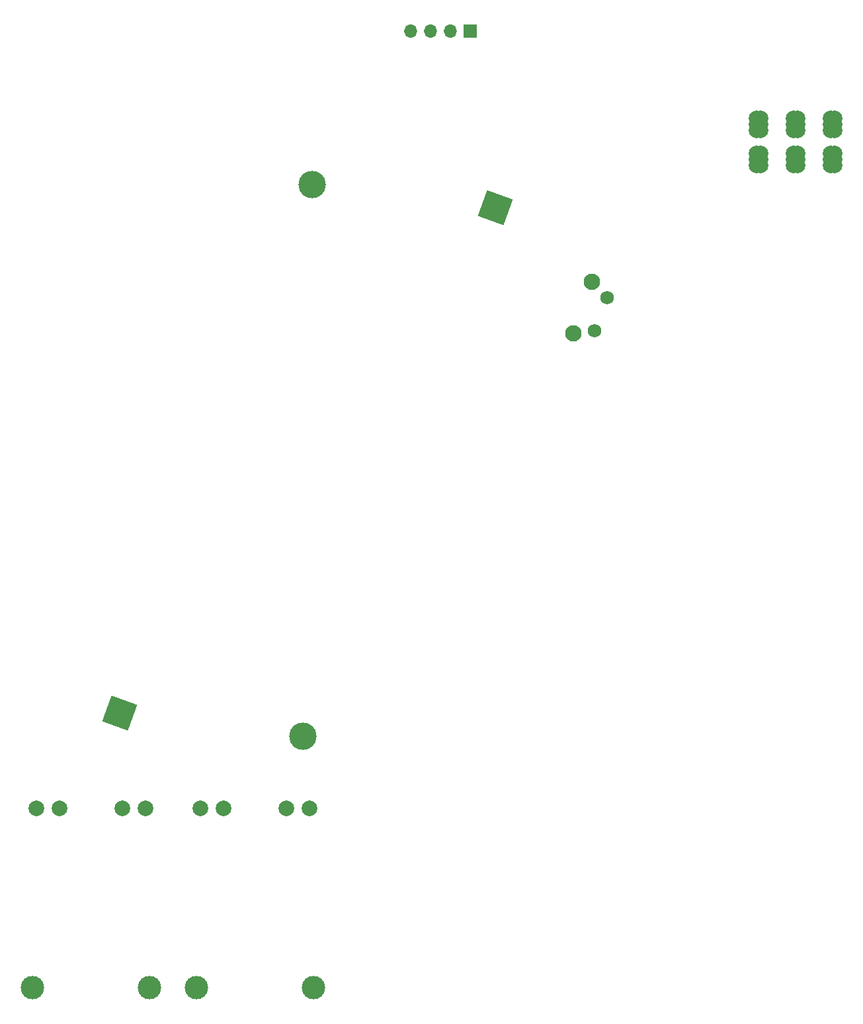
<source format=gbr>
%TF.GenerationSoftware,KiCad,Pcbnew,8.0.3*%
%TF.CreationDate,2025-04-21T22:29:52+02:00*%
%TF.ProjectId,Grip,47726970-2e6b-4696-9361-645f70636258,rev?*%
%TF.SameCoordinates,Original*%
%TF.FileFunction,Copper,L1,Top*%
%TF.FilePolarity,Positive*%
%FSLAX46Y46*%
G04 Gerber Fmt 4.6, Leading zero omitted, Abs format (unit mm)*
G04 Created by KiCad (PCBNEW 8.0.3) date 2025-04-21 22:29:52*
%MOMM*%
%LPD*%
G01*
G04 APERTURE LIST*
G04 Aperture macros list*
%AMRotRect*
0 Rectangle, with rotation*
0 The origin of the aperture is its center*
0 $1 length*
0 $2 width*
0 $3 Rotation angle, in degrees counterclockwise*
0 Add horizontal line*
21,1,$1,$2,0,0,$3*%
G04 Aperture macros list end*
%TA.AperFunction,ComponentPad*%
%ADD10RotRect,3.500000X3.500000X250.000000*%
%TD*%
%TA.AperFunction,ComponentPad*%
%ADD11C,3.500000*%
%TD*%
%TA.AperFunction,WasherPad*%
%ADD12C,2.000000*%
%TD*%
%TA.AperFunction,ComponentPad*%
%ADD13C,2.000000*%
%TD*%
%TA.AperFunction,ComponentPad*%
%ADD14C,2.100000*%
%TD*%
%TA.AperFunction,ComponentPad*%
%ADD15C,1.750000*%
%TD*%
%TA.AperFunction,ComponentPad*%
%ADD16RotRect,3.500000X3.500000X70.000000*%
%TD*%
%TA.AperFunction,ComponentPad*%
%ADD17C,3.000000*%
%TD*%
%TA.AperFunction,ComponentPad*%
%ADD18R,1.700000X1.700000*%
%TD*%
%TA.AperFunction,ComponentPad*%
%ADD19O,1.700000X1.700000*%
%TD*%
G04 APERTURE END LIST*
D10*
%TO.P,BT1,1,+*%
%TO.N,Net-(BT1-+)*%
X126312727Y-59671069D03*
D11*
%TO.P,BT1,2,-*%
%TO.N,/B2*%
X101687279Y-127328934D03*
%TD*%
D12*
%TO.P,SW1,*%
%TO.N,*%
X169250000Y-54200000D03*
X169750000Y-54200000D03*
X169250000Y-53450000D03*
X169750000Y-53450000D03*
X169250000Y-52700000D03*
X169750000Y-52700000D03*
X169250000Y-49700000D03*
X169750000Y-49700000D03*
X169250000Y-48950000D03*
X169750000Y-48950000D03*
X169250000Y-48200000D03*
X169750000Y-48200000D03*
D13*
%TO.P,SW1,1,1*%
%TO.N,Net-(BT1-+)*%
X164500000Y-49700000D03*
X165000000Y-49700000D03*
X164500000Y-48950000D03*
X165000000Y-48950000D03*
X164500000Y-48200000D03*
X165000000Y-48200000D03*
%TO.P,SW1,2,2*%
%TO.N,/Bat*%
X159750000Y-49700000D03*
X160250000Y-49700000D03*
X159750000Y-48950000D03*
X160250000Y-48950000D03*
X159750000Y-48200000D03*
X160250000Y-48200000D03*
%TO.P,SW1,3,3*%
%TO.N,Net-(BT2--)*%
X165000000Y-54200000D03*
X164500000Y-54199999D03*
X164500000Y-53450000D03*
X165000000Y-53450000D03*
X164500000Y-52700000D03*
X165000000Y-52700000D03*
%TO.P,SW1,4,4*%
%TO.N,GND*%
X159750000Y-54200000D03*
X160250001Y-54200000D03*
X159750000Y-53450000D03*
X160250000Y-53450000D03*
X159750000Y-52700000D03*
X160250000Y-52700000D03*
%TD*%
D14*
%TO.P,SW2,*%
%TO.N,*%
X138641036Y-69118118D03*
X136243476Y-75705364D03*
D15*
%TO.P,SW2,1,1*%
%TO.N,/Fire_button*%
X140553344Y-71144365D03*
%TO.P,SW2,2,2*%
%TO.N,GND*%
X139014253Y-75372982D03*
%TD*%
D16*
%TO.P,BT2,1,+*%
%TO.N,/B2*%
X78187274Y-124328932D03*
D11*
%TO.P,BT2,2,-*%
%TO.N,Net-(BT2--)*%
X102812722Y-56671066D03*
%TD*%
D17*
%TO.P,REF\u002A\u002A,1*%
%TO.N,N/C*%
X67000000Y-159500000D03*
D13*
X67500000Y-136500000D03*
%TO.N,/B2*%
X70500000Y-136500000D03*
%TO.N,GND*%
X78500000Y-136500000D03*
%TO.N,N/C*%
X81500000Y-136500000D03*
D17*
X82000000Y-159500000D03*
%TD*%
%TO.P,REF\u002A\u002A,1*%
%TO.N,N/C*%
X88000000Y-159500000D03*
D13*
X88500000Y-136500000D03*
%TO.N,Net-(BT1-+)*%
X91500000Y-136500000D03*
%TO.N,/B2*%
X99500000Y-136500000D03*
%TO.N,N/C*%
X102500000Y-136500000D03*
D17*
X103000000Y-159500000D03*
%TD*%
D18*
%TO.P,REF\u002A\u002A,1*%
%TO.N,/Fire_button*%
X123040000Y-37000000D03*
D19*
%TO.P,REF\u002A\u002A,2*%
%TO.N,/Bat*%
X120500000Y-37000000D03*
%TO.P,REF\u002A\u002A,3*%
%TO.N,/B2*%
X117960001Y-37000000D03*
%TO.P,REF\u002A\u002A,4*%
%TO.N,GND*%
X115420000Y-37000000D03*
%TD*%
M02*

</source>
